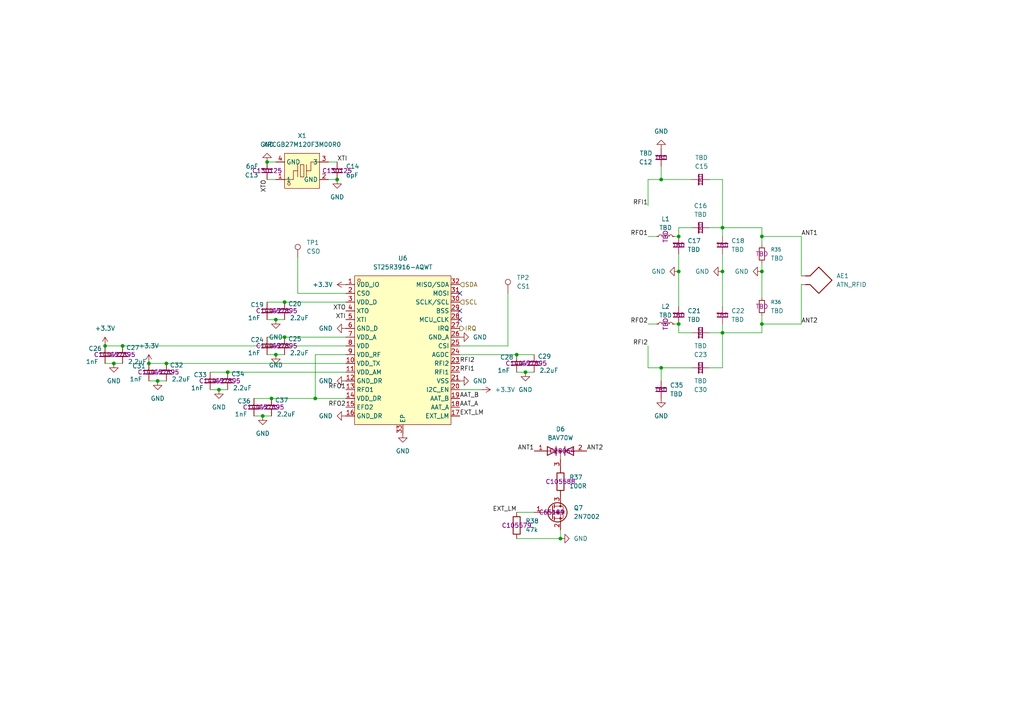
<source format=kicad_sch>
(kicad_sch (version 20250114) (generator "eeschema") (generator_version "9.0")
  (paper "A4")
  (lib_symbols
    (symbol "Connector:TestPoint" (pin_numbers (hide yes)) (pin_names (offset 0.762) (hide yes))
      (property "Reference" "TP" (at 0 6.858 0))
      (property "Value" "TestPoint" (at 0 5.08 0))
      (symbol "TestPoint_0_1"
        (circle (center 0 3.302) (radius 0.762))
      )
      (symbol "TestPoint_1_1"
        (pin passive line (at 0 0 90) (length 2.54) (name "1") (number "1"))
      )
    )
    (symbol "Device:Antenna_Loop" (pin_numbers (hide yes)) (pin_names (offset 1.016) (hide yes))
      (property "Reference" "AE" (at 1.27 6.35 0))
      (property "Value" "Antenna_Loop" (at 1.27 5.08 0))
      (symbol "Antenna_Loop_0_1"
        (polyline (pts (xy 2.54 -3.81) (xy 2.54 -2.54) (xy 5.08 0) (xy 1.27 3.81) (xy -2.54 0) (xy 0 -2.54) (xy 0 -3.81)) (stroke (width 0.254)))
      )
      (symbol "Antenna_Loop_1_1"
        (pin input line (at 0 -5.08 90) (length 2.54) (name "~") (number "1"))
        (pin input line (at 2.54 -5.08 90) (length 2.54) (name "~") (number "2"))
      )
    )
    (symbol "Device:C_Small" (pin_numbers (hide yes)) (pin_names (offset 0.254) (hide yes))
      (property "Reference" "C" (at 0.254 1.778 0))
      (property "Value" "C_Small" (at 0.254 -2.032 0))
      (symbol "C_Small_0_1"
        (polyline (pts (xy -1.524 0.508) (xy 1.524 0.508)) (stroke (width 0.3048)))
        (polyline (pts (xy -1.524 -0.508) (xy 1.524 -0.508)) (stroke (width 0.3302)))
      )
      (symbol "C_Small_1_1"
        (pin passive line (at 0 2.54 270) (length 2.032) (name "~") (number "1"))
        (pin passive line (at 0 -2.54 90) (length 2.032) (name "~") (number "2"))
      )
    )
    (symbol "Device:L_Small" (pin_numbers (hide yes)) (pin_names (offset 0.254) (hide yes))
      (property "Reference" "L" (at 0.762 1.016 0))
      (property "Value" "L_Small" (at 0.762 -1.016 0))
      (symbol "L_Small_0_1"
        (arc (start 0 2.032) (mid 0.5058 1.524) (end 0 1.016))
        (arc (start 0 1.016) (mid 0.5058 0.508) (end 0 0))
        (arc (start 0 0) (mid 0.5058 -0.508) (end 0 -1.016))
        (arc (start 0 -1.016) (mid 0.5058 -1.524) (end 0 -2.032))
      )
      (symbol "L_Small_1_1"
        (pin passive line (at 0 2.54 270) (length 0.508) (name "~") (number "1"))
        (pin passive line (at 0 -2.54 90) (length 0.508) (name "~") (number "2"))
      )
    )
    (symbol "Device:R" (pin_numbers (hide yes)) (pin_names (offset 0))
      (property "Reference" "R" (at 2.032 0 90))
      (property "Value" "R" (at 0 0 90))
      (symbol "R_0_1"
        (rectangle (start -1.016 -2.54) (end 1.016 2.54) (stroke (width 0.254)))
      )
      (symbol "R_1_1"
        (pin passive line (at 0 3.81 270) (length 1.27) (name "~") (number "1"))
        (pin passive line (at 0 -3.81 90) (length 1.27) (name "~") (number "2"))
      )
    )
    (symbol "Device:R_Small" (pin_numbers (hide yes)) (pin_names (offset 0.254) (hide yes))
      (property "Reference" "R" (at 0 0 90))
      (property "Value" "R_Small" (at 1.778 0 90))
      (symbol "R_Small_0_1"
        (rectangle (start -0.762 1.778) (end 0.762 -1.778) (stroke (width 0.2032)))
      )
      (symbol "R_Small_1_1"
        (pin passive line (at 0 2.54 270) (length 0.762) (name "~") (number "1"))
        (pin passive line (at 0 -2.54 90) (length 0.762) (name "~") (number "2"))
      )
    )
    (symbol "Diode:BAV70W" (pin_names (hide yes))
      (property "Reference" "D" (at 0.635 -2.54 0))
      (property "Value" "BAV70W" (at 0 2.54 0))
      (symbol "BAV70W_0_1"
        (polyline (pts (xy -3.81 1.27) (xy -1.27 0) (xy -3.81 -1.27) (xy -3.81 1.27) (xy -3.81 1.27) (xy -3.81 1.27)) (stroke (width 0.254)))
        (polyline (pts (xy -3.81 0) (xy 3.81 0)))
        (polyline (pts (xy -1.27 -1.27) (xy -1.27 1.27) (xy -1.27 1.27)) (stroke (width 0.254)))
        (polyline (pts (xy 0 0) (xy 0 -2.54)))
        (circle (center 0 0) (radius 0.254) (fill (type outline)))
        (polyline (pts (xy 1.27 -1.27) (xy 1.27 1.27) (xy 1.27 1.27)) (stroke (width 0.254)))
        (polyline (pts (xy 3.81 -1.27) (xy 1.27 0) (xy 3.81 1.27) (xy 3.81 -1.27) (xy 3.81 -1.27) (xy 3.81 -1.27)) (stroke (width 0.254)))
        (pin passive line (at -7.62 0 0) (length 3.81) (name "A") (number "1"))
        (pin passive line (at 0 -5.08 90) (length 2.54) (name "K") (number "3"))
        (pin passive line (at 7.62 0 180) (length 3.81) (name "A") (number "2"))
      )
    )
    (symbol "LCSC:ST25R3916-AQWT"
      (property "Reference" "U" (at 0 24.13 0))
      (property "Value" "ST25R3916-AQWT" (at 0 -29.21 0))
      (symbol "ST25R3916-AQWT_0_1"
        (rectangle (start -13.97 21.59) (end 13.97 -21.59) (fill (type background)))
        (circle (center -12.7 20.32) (radius 0.38))
        (pin unspecified line (at -16.51 19.05 0) (length 2.54) (name "VDD_IO") (number "1"))
        (pin unspecified line (at -16.51 16.51 0) (length 2.54) (name "CSO") (number "2"))
        (pin unspecified line (at -16.51 13.97 0) (length 2.54) (name "VDD_D") (number "3"))
        (pin unspecified line (at -16.51 11.43 0) (length 2.54) (name "XTO") (number "4"))
        (pin unspecified line (at -16.51 8.89 0) (length 2.54) (name "XTI") (number "5"))
        (pin unspecified line (at -16.51 6.35 0) (length 2.54) (name "GND_D") (number "6"))
        (pin unspecified line (at -16.51 3.81 0) (length 2.54) (name "VDD_A") (number "7"))
        (pin unspecified line (at -16.51 1.27 0) (length 2.54) (name "VDD") (number "8"))
        (pin unspecified line (at -16.51 -1.27 0) (length 2.54) (name "VDD_RF") (number "9"))
        (pin unspecified line (at -16.51 -3.81 0) (length 2.54) (name "VDD_TX") (number "10"))
        (pin unspecified line (at -16.51 -6.35 0) (length 2.54) (name "VDD_AM") (number "11"))
        (pin unspecified line (at -16.51 -8.89 0) (length 2.54) (name "GND_DR") (number "12"))
        (pin unspecified line (at -16.51 -11.43 0) (length 2.54) (name "RFO1") (number "13"))
        (pin unspecified line (at -16.51 -13.97 0) (length 2.54) (name "VDD_DR") (number "14"))
        (pin unspecified line (at -16.51 -16.51 0) (length 2.54) (name "EFO2") (number "15"))
        (pin unspecified line (at -16.51 -19.05 0) (length 2.54) (name "GND_DR") (number "16"))
        (pin unspecified line (at 0 -24.13 90) (length 2.54) (name "EP") (number "33"))
        (pin unspecified line (at 16.51 19.05 180) (length 2.54) (name "MISO/SDA") (number "32"))
        (pin unspecified line (at 16.51 16.51 180) (length 2.54) (name "MOSI") (number "31"))
        (pin unspecified line (at 16.51 13.97 180) (length 2.54) (name "SCLK/SCL") (number "30"))
        (pin unspecified line (at 16.51 11.43 180) (length 2.54) (name "BSS") (number "29"))
        (pin unspecified line (at 16.51 8.89 180) (length 2.54) (name "MCU_CLK") (number "28"))
        (pin unspecified line (at 16.51 6.35 180) (length 2.54) (name "IRQ") (number "27"))
        (pin unspecified line (at 16.51 3.81 180) (length 2.54) (name "GND_A") (number "26"))
        (pin unspecified line (at 16.51 1.27 180) (length 2.54) (name "CSI") (number "25"))
        (pin unspecified line (at 16.51 -1.27 180) (length 2.54) (name "AGDC") (number "24"))
        (pin unspecified line (at 16.51 -3.81 180) (length 2.54) (name "RFI2") (number "23"))
        (pin unspecified line (at 16.51 -6.35 180) (length 2.54) (name "RFI1") (number "22"))
        (pin unspecified line (at 16.51 -8.89 180) (length 2.54) (name "VSS") (number "21"))
        (pin unspecified line (at 16.51 -11.43 180) (length 2.54) (name "I2C_EN") (number "20"))
        (pin unspecified line (at 16.51 -13.97 180) (length 2.54) (name "AAT_B") (number "19"))
        (pin unspecified line (at 16.51 -16.51 180) (length 2.54) (name "AAT_A") (number "18"))
        (pin unspecified line (at 16.51 -19.05 180) (length 2.54) (name "EXT_LM") (number "17"))
      )
    )
    (symbol "LCSC:XRCGB27M120F3M00R0"
      (property "Reference" "X" (at 0 7.62 0))
      (property "Value" "XRCGB27M120F3M00R0" (at 0 -7.62 0))
      (symbol "XRCGB27M120F3M00R0_0_1"
        (rectangle (start -5.08 5.08) (end 5.08 -5.08) (fill (type background)))
        (polyline (pts (xy -5.08 -2.54) (xy -2.54 -2.54) (xy -2.54 0) (xy -1.27 0)))
        (circle (center -3.81 -3.81) (radius 0.38))
        (polyline (pts (xy -1.27 -1.78) (xy -1.27 1.78)))
        (rectangle (start -0.51 1.78) (end 0.51 -1.78) (fill (type background)))
        (polyline (pts (xy 1.27 -1.78) (xy 1.27 1.78)))
        (polyline (pts (xy 5.08 2.54) (xy 2.54 2.54) (xy 2.54 0) (xy 1.27 0)))
        (pin input line (at -7.62 2.54 0) (length 2.54) (name "GND") (number "4"))
        (pin input line (at -7.62 -2.54 0) (length 2.54) (name "1") (number "1"))
        (pin input line (at 7.62 2.54 180) (length 2.54) (name "3") (number "3"))
        (pin input line (at 7.62 -2.54 180) (length 2.54) (name "GND") (number "2"))
      )
    )
    (symbol "Transistor_FET:2N7002" (pin_names (hide yes))
      (property "Reference" "Q" (at 5.08 1.905 0))
      (property "Value" "2N7002" (at 5.08 0 0))
      (symbol "2N7002_0_1"
        (polyline (pts (xy 0.254 1.905) (xy 0.254 -1.905)) (stroke (width 0.254)))
        (polyline (pts (xy 0.254 0) (xy -2.54 0)))
        (polyline (pts (xy 0.762 2.286) (xy 0.762 1.27)) (stroke (width 0.254)))
        (polyline (pts (xy 0.762 0.508) (xy 0.762 -0.508)) (stroke (width 0.254)))
        (polyline (pts (xy 0.762 -1.27) (xy 0.762 -2.286)) (stroke (width 0.254)))
        (polyline (pts (xy 0.762 -1.778) (xy 3.302 -1.778) (xy 3.302 1.778) (xy 0.762 1.778)))
        (polyline (pts (xy 1.016 0) (xy 2.032 0.381) (xy 2.032 -0.381) (xy 1.016 0)) (fill (type outline)))
        (circle (center 1.651 0) (radius 2.794) (stroke (width 0.254)))
        (polyline (pts (xy 2.54 2.54) (xy 2.54 1.778)))
        (circle (center 2.54 1.778) (radius 0.254) (fill (type outline)))
        (circle (center 2.54 -1.778) (radius 0.254) (fill (type outline)))
        (polyline (pts (xy 2.54 -2.54) (xy 2.54 0) (xy 0.762 0)))
        (polyline (pts (xy 2.794 0.508) (xy 2.921 0.381) (xy 3.683 0.381) (xy 3.81 0.254)))
        (polyline (pts (xy 3.302 0.381) (xy 2.921 -0.254) (xy 3.683 -0.254) (xy 3.302 0.381)))
      )
      (symbol "2N7002_1_1"
        (pin input line (at -5.08 0 0) (length 2.54) (name "G") (number "1"))
        (pin passive line (at 2.54 5.08 270) (length 2.54) (name "D") (number "3"))
        (pin passive line (at 2.54 -5.08 90) (length 2.54) (name "S") (number "2"))
      )
    )
    (symbol "power:+3.3V" (power) (pin_numbers (hide yes)) (pin_names (offset 0) (hide yes))
      (property "Value" "+3.3V" (at 0 3.556 0))
      (symbol "+3.3V_0_1"
        (polyline (pts (xy -0.762 1.27) (xy 0 2.54)))
        (polyline (pts (xy 0 2.54) (xy 0.762 1.27)))
        (polyline (pts (xy 0 0) (xy 0 2.54)))
      )
      (symbol "+3.3V_1_1"
        (pin power_in line (at 0 0 90) (length 0) (name "~") (number "1"))
      )
    )
    (symbol "power:GND" (power) (pin_numbers (hide yes)) (pin_names (offset 0) (hide yes))
      (property "Value" "GND" (at 0 -3.81 0))
      (symbol "GND_0_1"
        (polyline (pts (xy 0 0) (xy 0 -1.27) (xy 1.27 -1.27) (xy 0 -2.54) (xy -1.27 -1.27) (xy 0 -1.27)))
      )
      (symbol "GND_1_1"
        (pin power_in line (at 0 0 270) (length 0) (name "~") (number "1"))
      )
    )
  )
  (junction (at 149.86 102.87))
  (junction (at 97.79 52.07))
  (junction (at 191.77 52.07))
  (junction (at 82.55 87.63))
  (junction (at 78.74 115.57))
  (junction (at 30.48 100.33))
  (junction (at 80.01 102.87))
  (junction (at 220.98 78.74))
  (junction (at 196.85 93.98))
  (junction (at 48.26 105.41))
  (junction (at 91.44 115.57))
  (junction (at 209.55 78.74))
  (junction (at 77.47 46.99))
  (junction (at 35.56 100.33))
  (junction (at 220.98 68.58))
  (junction (at 63.5 113.03))
  (junction (at 43.18 105.41))
  (junction (at 66.04 107.95))
  (junction (at 196.85 78.74))
  (junction (at 33.02 105.41))
  (junction (at 82.55 97.79))
  (junction (at 152.4 107.95))
  (junction (at 209.55 96.52))
  (junction (at 196.85 68.58))
  (junction (at 162.56 156.21))
  (junction (at 80.01 92.71))
  (junction (at 209.55 66.04))
  (junction (at 76.2 120.65))
  (junction (at 191.77 106.68))
  (junction (at 45.72 110.49))
  (junction (at 220.98 93.98))
  (no_connect (at 133.35 92.71))
  (no_connect (at 133.35 85.09))
  (no_connect (at 133.35 90.17))
  (wire (pts (xy 91.44 102.87) (xy 91.44 115.57)))
  (wire (pts (xy 80.01 92.71) (xy 82.55 92.71)))
  (wire (pts (xy 152.4 107.95) (xy 154.94 107.95)))
  (wire (pts (xy 80.01 52.07) (xy 77.47 52.07)))
  (wire (pts (xy 33.02 105.41) (xy 35.56 105.41)))
  (wire (pts (xy 220.98 91.44) (xy 220.98 93.98)))
  (wire (pts (xy 100.33 102.87) (xy 91.44 102.87)))
  (wire (pts (xy 97.79 52.07) (xy 95.25 52.07)))
  (wire (pts (xy 191.77 106.68) (xy 200.66 106.68)))
  (wire (pts (xy 196.85 68.58) (xy 195.58 68.58)))
  (wire (pts (xy 100.33 85.09) (xy 86.36 85.09)))
  (wire (pts (xy 35.56 100.33) (xy 100.33 100.33)))
  (wire (pts (xy 162.56 156.21) (xy 162.56 153.67)))
  (wire (pts (xy 191.77 106.68) (xy 187.96 106.68)))
  (wire (pts (xy 209.55 66.04) (xy 209.55 68.58)))
  (wire (pts (xy 45.72 110.49) (xy 48.26 110.49)))
  (wire (pts (xy 190.5 93.98) (xy 187.96 93.98)))
  (wire (pts (xy 205.74 66.04) (xy 209.55 66.04)))
  (wire (pts (xy 232.41 80.01) (xy 232.41 68.58)))
  (wire (pts (xy 77.47 46.99) (xy 80.01 46.99)))
  (wire (pts (xy 209.55 73.66) (xy 209.55 78.74)))
  (wire (pts (xy 205.74 52.07) (xy 209.55 52.07)))
  (wire (pts (xy 220.98 96.52) (xy 220.98 93.98)))
  (wire (pts (xy 196.85 93.98) (xy 195.58 93.98)))
  (wire (pts (xy 220.98 66.04) (xy 220.98 68.58)))
  (wire (pts (xy 66.04 107.95) (xy 100.33 107.95)))
  (wire (pts (xy 133.35 102.87) (xy 149.86 102.87)))
  (wire (pts (xy 76.2 120.65) (xy 78.74 120.65)))
  (wire (pts (xy 200.66 96.52) (xy 196.85 96.52)))
  (wire (pts (xy 133.35 100.33) (xy 147.32 100.33)))
  (wire (pts (xy 190.5 68.58) (xy 187.96 68.58)))
  (wire (pts (xy 200.66 66.04) (xy 196.85 66.04)))
  (wire (pts (xy 30.48 105.41) (xy 33.02 105.41)))
  (wire (pts (xy 187.96 52.07) (xy 187.96 59.69)))
  (wire (pts (xy 205.74 96.52) (xy 209.55 96.52)))
  (wire (pts (xy 209.55 52.07) (xy 209.55 66.04)))
  (wire (pts (xy 30.48 100.33) (xy 35.56 100.33)))
  (wire (pts (xy 80.01 102.87) (xy 82.55 102.87)))
  (wire (pts (xy 77.47 97.79) (xy 82.55 97.79)))
  (wire (pts (xy 220.98 76.2) (xy 220.98 78.74)))
  (wire (pts (xy 73.66 115.57) (xy 78.74 115.57)))
  (wire (pts (xy 196.85 93.98) (xy 196.85 96.52)))
  (wire (pts (xy 187.96 106.68) (xy 187.96 100.33)))
  (wire (pts (xy 78.74 115.57) (xy 91.44 115.57)))
  (wire (pts (xy 232.41 93.98) (xy 232.41 82.55)))
  (wire (pts (xy 209.55 96.52) (xy 220.98 96.52)))
  (wire (pts (xy 209.55 106.68) (xy 209.55 96.52)))
  (wire (pts (xy 149.86 102.87) (xy 154.94 102.87)))
  (wire (pts (xy 196.85 66.04) (xy 196.85 68.58)))
  (wire (pts (xy 91.44 115.57) (xy 100.33 115.57)))
  (wire (pts (xy 220.98 93.98) (xy 232.41 93.98)))
  (wire (pts (xy 209.55 78.74) (xy 209.55 88.9)))
  (wire (pts (xy 60.96 113.03) (xy 63.5 113.03)))
  (wire (pts (xy 77.47 92.71) (xy 80.01 92.71)))
  (wire (pts (xy 95.25 46.99) (xy 97.79 46.99)))
  (wire (pts (xy 149.86 107.95) (xy 152.4 107.95)))
  (wire (pts (xy 149.86 148.59) (xy 154.94 148.59)))
  (wire (pts (xy 191.77 52.07) (xy 200.66 52.07)))
  (wire (pts (xy 43.18 110.49) (xy 45.72 110.49)))
  (wire (pts (xy 86.36 85.09) (xy 86.36 74.93)))
  (wire (pts (xy 209.55 66.04) (xy 220.98 66.04)))
  (wire (pts (xy 187.96 52.07) (xy 191.77 52.07)))
  (wire (pts (xy 82.55 87.63) (xy 100.33 87.63)))
  (wire (pts (xy 149.86 156.21) (xy 162.56 156.21)))
  (wire (pts (xy 63.5 113.03) (xy 66.04 113.03)))
  (wire (pts (xy 77.47 102.87) (xy 80.01 102.87)))
  (wire (pts (xy 191.77 48.26) (xy 191.77 52.07)))
  (wire (pts (xy 209.55 93.98) (xy 209.55 96.52)))
  (wire (pts (xy 220.98 78.74) (xy 220.98 86.36)))
  (wire (pts (xy 82.55 97.79) (xy 100.33 97.79)))
  (wire (pts (xy 43.18 105.41) (xy 48.26 105.41)))
  (wire (pts (xy 196.85 78.74) (xy 196.85 88.9)))
  (wire (pts (xy 139.7 113.03) (xy 133.35 113.03)))
  (wire (pts (xy 48.26 105.41) (xy 100.33 105.41)))
  (wire (pts (xy 147.32 85.09) (xy 147.32 100.33)))
  (wire (pts (xy 73.66 120.65) (xy 76.2 120.65)))
  (wire (pts (xy 191.77 110.49) (xy 191.77 106.68)))
  (wire (pts (xy 220.98 68.58) (xy 232.41 68.58)))
  (wire (pts (xy 60.96 107.95) (xy 66.04 107.95)))
  (wire (pts (xy 77.47 87.63) (xy 82.55 87.63)))
  (wire (pts (xy 196.85 73.66) (xy 196.85 78.74)))
  (wire (pts (xy 205.74 106.68) (xy 209.55 106.68)))
  (wire (pts (xy 220.98 68.58) (xy 220.98 71.12)))
  (label "AAT_A" (at 133.35 118.11 0))
  (label "ANT2" (at 170.18 130.81 0))
  (label "AAT_B" (at 133.35 115.57 0))
  (label "RFI1" (at 187.96 59.69 180))
  (label "RFO1" (at 100.33 113.03 180))
  (label "ANT2" (at 232.41 93.98 0))
  (label "ANT1" (at 232.41 68.58 0))
  (label "XTI" (at 97.79 46.99 0))
  (label "ANT1" (at 154.94 130.81 180))
  (label "EXT_LM" (at 149.86 148.59 180))
  (label "RFO2" (at 187.96 93.98 180))
  (label "RFI2" (at 133.35 105.41 0))
  (label "RFO2" (at 100.33 118.11 180))
  (label "RFI2" (at 187.96 100.33 180))
  (label "XTO" (at 77.47 52.07 270))
  (label "XTO" (at 100.33 90.17 180))
  (label "RFO1" (at 187.96 68.58 180))
  (label "XTI" (at 100.33 92.71 180))
  (label "EXT_LM" (at 133.35 120.65 0))
  (label "RFI1" (at 133.35 107.95 0))
  (hierarchical_label "SDA" (shape input) (at 133.35 82.55 0))
  (hierarchical_label "SCL" (shape input) (at 133.35 87.63 0))
  (hierarchical_label "IRQ" (shape output) (at 133.35 95.25 0))
  (symbol (lib_id "Device:C_Small") (at 77.47 100.33 0) (unit 1)
    (property "Reference" "C24" (at 72.644 98.552 0) (effects (justify left)))
    (property "Value" "1nF" (at 71.882 102.362 0) (effects (justify left)))
    (property "Footprint" "Capacitor_SMD:C_0402_1005Metric" (effects (hide yes)))
    (property "Description" "Unpolarized capacitor, small symbol" (effects (hide yes)))
    (property "LCSC Part" " C14442" (at 77.47 100.33 0))
  )
  (symbol (lib_id "Device:C_Small") (at 48.26 107.95 0) (unit 1)
    (property "Reference" "C32" (at 49.276 105.918 0) (effects (justify left)))
    (property "Value" "2.2uF" (at 49.784 109.982 0) (effects (justify left)))
    (property "Footprint" "Capacitor_SMD:C_0603_1608Metric" (effects (hide yes)))
    (property "Description" "Unpolarized capacitor, small symbol" (effects (hide yes)))
    (property "LCSC Part" "C57895" (at 48.26 107.95 0))
  )
  (symbol (lib_id "power:GND") (at 133.35 110.49 90) (unit 1)
    (property "Reference" "#PWR068" (effects (hide yes)))
    (property "Value" "GND" (at 137.16 110.4899 90) (effects (justify right)))
    (property "Description" "Power symbol creates a global label with name \"GND\" , ground" (effects (hide yes)))
  )
  (symbol (lib_id "power:GND") (at 162.56 156.21 90) (unit 1)
    (property "Reference" "#PWR075" (effects (hide yes)))
    (property "Value" "GND" (at 166.37 156.2099 90) (effects (justify right)))
    (property "Description" "Power symbol creates a global label with name \"GND\" , ground" (effects (hide yes)))
  )
  (symbol (lib_id "Device:C_Small") (at 209.55 91.44 180) (unit 1)
    (property "Reference" "C22" (at 212.09 90.1635 0) (effects (justify right)))
    (property "Value" "TBD" (at 212.09 92.7035 0) (effects (justify right)))
    (property "Footprint" "Capacitor_SMD:C_0402_1005Metric" (effects (hide yes)))
    (property "Description" "Unpolarized capacitor, small symbol" (effects (hide yes)))
    (property "LCSC Part" "TBD" (at 209.55 91.44 0))
  )
  (symbol (lib_id "LCSC:XRCGB27M120F3M00R0") (at 87.63 49.53 0) (unit 1)
    (property "Reference" "X1" (at 87.63 39.37 0))
    (property "Value" "XRCGB27M120F3M00R0" (at 87.63 41.91 0))
    (property "Footprint" "LCSC:CRYSTAL-SMD_4P-L2.0-W1.6-BL-B" (effects (hide yes)))
    (property "LCSC Part" "C576558" (effects (hide yes)))
  )
  (symbol (lib_id "Device:C_Small") (at 154.94 105.41 0) (unit 1)
    (property "Reference" "C29" (at 155.956 103.378 0) (effects (justify left)))
    (property "Value" "2.2uF" (at 156.464 107.442 0) (effects (justify left)))
    (property "Footprint" "Capacitor_SMD:C_0603_1608Metric" (effects (hide yes)))
    (property "Description" "Unpolarized capacitor, small symbol" (effects (hide yes)))
    (property "LCSC Part" "C57895" (at 154.94 105.41 0))
  )
  (symbol (lib_id "Device:R") (at 162.56 139.7 0) (unit 1)
    (property "Reference" "R37" (at 165.1 138.4299 0) (effects (justify left)))
    (property "Value" "100R" (at 165.1 140.9699 0) (effects (justify left)))
    (property "Footprint" "Resistor_SMD:R_0603_1608Metric" (effects (hide yes)))
    (property "Description" "Resistor" (effects (hide yes)))
    (property "LCSC Part" "C105588" (at 162.56 139.7 0))
  )
  (symbol (lib_id "power:GND") (at 77.47 46.99 180) (unit 1)
    (property "Reference" "#PWR052" (effects (hide yes)))
    (property "Value" "GND" (at 77.47 41.91 0))
    (property "Description" "Power symbol creates a global label with name \"GND\" , ground" (effects (hide yes)))
  )
  (symbol (lib_id "Device:C_Small") (at 73.66 118.11 0) (unit 1)
    (property "Reference" "C36" (at 68.834 116.332 0) (effects (justify left)))
    (property "Value" "1nF" (at 68.072 120.142 0) (effects (justify left)))
    (property "Footprint" "Capacitor_SMD:C_0402_1005Metric" (effects (hide yes)))
    (property "Description" "Unpolarized capacitor, small symbol" (effects (hide yes)))
    (property "LCSC Part" " C14442" (at 73.66 118.11 0))
  )
  (symbol (lib_id "Device:C_Small") (at 203.2 96.52 90) (unit 1)
    (property "Reference" "C23" (at 203.2064 102.87 90))
    (property "Value" "TBD" (at 203.2064 100.33 90))
    (property "Footprint" "Capacitor_SMD:C_0402_1005Metric" (effects (hide yes)))
    (property "Description" "Unpolarized capacitor, small symbol" (effects (hide yes)))
    (property "LCSC Part" "TBD" (at 203.2 96.52 0))
  )
  (symbol (lib_id "power:GND") (at 196.85 78.74 270) (unit 1)
    (property "Reference" "#PWR054" (effects (hide yes)))
    (property "Value" "GND" (at 193.04 78.7399 90) (effects (justify right)))
    (property "Description" "Power symbol creates a global label with name \"GND\" , ground" (effects (hide yes)))
  )
  (symbol (lib_id "power:GND") (at 152.4 107.95 0) (unit 1)
    (property "Reference" "#PWR065" (effects (hide yes)))
    (property "Value" "GND" (at 152.4 113.03 0))
    (property "Description" "Power symbol creates a global label with name \"GND\" , ground" (effects (hide yes)))
  )
  (symbol (lib_id "Device:C_Small") (at 191.77 113.03 180) (unit 1)
    (property "Reference" "C35" (at 194.31 111.7535 0) (effects (justify right)))
    (property "Value" "TBD" (at 194.31 114.2935 0) (effects (justify right)))
    (property "Footprint" "Capacitor_SMD:C_0402_1005Metric" (effects (hide yes)))
    (property "Description" "Unpolarized capacitor, small symbol" (effects (hide yes)))
    (property "LCSC Part" "TBD" (at 191.77 113.03 0))
  )
  (symbol (lib_id "Device:Antenna_Loop") (at 237.49 80.01 270) (unit 1) (in_bom no)
    (property "Reference" "AE1" (at 242.57 80.0099 90) (effects (justify left)))
    (property "Value" "ATN_RFID" (at 242.57 82.5499 90) (effects (justify left)))
    (property "Footprint" "PCBAntenna:NFC_14MHz" (effects (hide yes)))
    (property "Description" "Loop antenna" (effects (hide yes)))
  )
  (symbol (lib_id "Device:C_Small") (at 203.2 66.04 270) (unit 1)
    (property "Reference" "C16" (at 203.1936 59.69 90))
    (property "Value" "TBD" (at 203.1936 62.23 90))
    (property "Footprint" "Capacitor_SMD:C_0402_1005Metric" (effects (hide yes)))
    (property "Description" "Unpolarized capacitor, small symbol" (effects (hide yes)))
    (property "LCSC Part" "TBD" (at 203.2 66.04 0))
  )
  (symbol (lib_id "power:GND") (at 100.33 95.25 270) (unit 1)
    (property "Reference" "#PWR059" (effects (hide yes)))
    (property "Value" "GND" (at 96.52 95.2499 90) (effects (justify right)))
    (property "Description" "Power symbol creates a global label with name \"GND\" , ground" (effects (hide yes)))
  )
  (symbol (lib_id "Device:C_Small") (at 82.55 100.33 0) (unit 1)
    (property "Reference" "C25" (at 83.566 98.298 0) (effects (justify left)))
    (property "Value" "2.2uF" (at 84.074 102.362 0) (effects (justify left)))
    (property "Footprint" "Capacitor_SMD:C_0603_1608Metric" (effects (hide yes)))
    (property "Description" "Unpolarized capacitor, small symbol" (effects (hide yes)))
    (property "LCSC Part" "C57895" (at 82.55 100.33 0))
  )
  (symbol (lib_id "Device:C_Small") (at 196.85 71.12 180) (unit 1)
    (property "Reference" "C17" (at 199.39 69.8435 0) (effects (justify right)))
    (property "Value" "TBD" (at 199.39 72.3835 0) (effects (justify right)))
    (property "Footprint" "Capacitor_SMD:C_0402_1005Metric" (effects (hide yes)))
    (property "Description" "Unpolarized capacitor, small symbol" (effects (hide yes)))
    (property "LCSC Part" "TBD" (at 196.85 71.12 0))
  )
  (symbol (lib_id "Device:C_Small") (at 209.55 71.12 180) (unit 1)
    (property "Reference" "C18" (at 212.09 69.8435 0) (effects (justify right)))
    (property "Value" "TBD" (at 212.09 72.3835 0) (effects (justify right)))
    (property "Footprint" "Capacitor_SMD:C_0402_1005Metric" (effects (hide yes)))
    (property "Description" "Unpolarized capacitor, small symbol" (effects (hide yes)))
    (property "LCSC Part" "TBD" (at 209.55 71.12 0))
  )
  (symbol (lib_id "LCSC:ST25R3916-AQWT") (at 116.84 101.6 0) (unit 1)
    (property "Reference" "U6" (at 116.84 74.93 0))
    (property "Value" "ST25R3916-AQWT" (at 116.84 77.47 0))
    (property "Footprint" "Foldable:VFQFPN-32_L5.0-W5.0-P0.50-TL-EP3.5_Foldable" (effects (hide yes)))
    (property "LCSC Part" "C2908147" (effects (hide yes)))
  )
  (symbol (lib_id "power:+3.3V") (at 30.48 100.33 0) (unit 1)
    (property "Reference" "#PWR061" (effects (hide yes)))
    (property "Value" "+3.3V" (at 30.48 95.25 0))
    (property "Description" "Power symbol creates a global label with name \"+3.3V\"" (effects (hide yes)))
  )
  (symbol (lib_id "Connector:TestPoint") (at 86.36 74.93 0) (unit 1) (in_bom no)
    (property "Reference" "TP1" (at 88.9 70.3579 0) (effects (justify left)))
    (property "Value" "CSO" (at 88.9 72.8979 0) (effects (justify left)))
    (property "Footprint" "TestPoint:TestPoint_Pad_D2.0mm" (effects (hide yes)))
    (property "Description" "test point" (effects (hide yes)))
  )
  (symbol (lib_id "Device:C_Small") (at 66.04 110.49 0) (unit 1)
    (property "Reference" "C34" (at 67.056 108.458 0) (effects (justify left)))
    (property "Value" "2.2uF" (at 67.564 112.522 0) (effects (justify left)))
    (property "Footprint" "Capacitor_SMD:C_0603_1608Metric" (effects (hide yes)))
    (property "Description" "Unpolarized capacitor, small symbol" (effects (hide yes)))
    (property "LCSC Part" "C57895" (at 66.04 110.49 0))
  )
  (symbol (lib_id "Diode:BAV70W") (at 162.56 130.81 0) (unit 1)
    (property "Reference" "D6" (at 162.56 124.46 0))
    (property "Value" "BAV70W" (at 162.56 127 0))
    (property "Footprint" "Package_TO_SOT_SMD:SOT-323_SC-70" (effects (hide yes)))
    (property "Datasheet" "https://assets.nexperia.com/documents/data-sheet/BAV70_SER.pdf" (effects (hide yes)))
    (property "Description" "Dual 100V 175mA high-speed switching diodes, common cathode, SOT-323" (effects (hide yes)))
    (property "LCSC Part" " C28064" (at 162.56 130.81 0))
  )
  (symbol (lib_id "Device:C_Small") (at 196.85 91.44 180) (unit 1)
    (property "Reference" "C21" (at 199.39 90.1635 0) (effects (justify right)))
    (property "Value" "TBD" (at 199.39 92.7035 0) (effects (justify right)))
    (property "Footprint" "Capacitor_SMD:C_0402_1005Metric" (effects (hide yes)))
    (property "Description" "Unpolarized capacitor, small symbol" (effects (hide yes)))
    (property "LCSC Part" "TBD" (at 196.85 91.44 0))
  )
  (symbol (lib_id "Device:R_Small") (at 220.98 88.9 0) (unit 1)
    (property "Reference" "R36" (at 223.52 87.6299 0) (effects (font (size 1.016 1.016)) (justify left)))
    (property "Value" "TBD" (at 223.52 90.1699 0) (effects (justify left)))
    (property "Footprint" "Resistor_SMD:R_0603_1608Metric" (effects (hide yes)))
    (property "Description" "Resistor, small symbol" (effects (hide yes)))
    (property "LCSC Part" "TBD" (at 220.98 88.9 0))
  )
  (symbol (lib_id "Device:C_Small") (at 149.86 105.41 0) (unit 1)
    (property "Reference" "C28" (at 145.034 103.632 0) (effects (justify left)))
    (property "Value" "1nF" (at 144.272 107.442 0) (effects (justify left)))
    (property "Footprint" "Capacitor_SMD:C_0402_1005Metric" (effects (hide yes)))
    (property "Description" "Unpolarized capacitor, small symbol" (effects (hide yes)))
    (property "LCSC Part" " C14442" (at 149.86 105.41 0))
  )
  (symbol (lib_id "power:GND") (at 116.84 125.73 0) (unit 1)
    (property "Reference" "#PWR074" (effects (hide yes)))
    (property "Value" "GND" (at 116.84 130.81 0))
    (property "Description" "Power symbol creates a global label with name \"GND\" , ground" (effects (hide yes)))
  )
  (symbol (lib_id "power:GND") (at 220.98 78.74 270) (unit 1)
    (property "Reference" "#PWR056" (effects (hide yes)))
    (property "Value" "GND" (at 217.17 78.7399 90) (effects (justify right)))
    (property "Description" "Power symbol creates a global label with name \"GND\" , ground" (effects (hide yes)))
  )
  (symbol (lib_id "Device:R_Small") (at 220.98 73.66 0) (unit 1)
    (property "Reference" "R35" (at 223.52 72.3899 0) (effects (font (size 1.016 1.016)) (justify left)))
    (property "Value" "TBD" (at 223.52 74.9299 0) (effects (justify left)))
    (property "Footprint" "Resistor_SMD:R_0603_1608Metric" (effects (hide yes)))
    (property "Description" "Resistor, small symbol" (effects (hide yes)))
    (property "LCSC Part" "TBD" (at 220.98 73.66 0))
  )
  (symbol (lib_id "Device:C_Small") (at 35.56 102.87 0) (unit 1)
    (property "Reference" "C27" (at 36.576 100.838 0) (effects (justify left)))
    (property "Value" "2.2uF" (at 37.084 104.902 0) (effects (justify left)))
    (property "Footprint" "Capacitor_SMD:C_0603_1608Metric" (effects (hide yes)))
    (property "Description" "Unpolarized capacitor, small symbol" (effects (hide yes)))
    (property "LCSC Part" "C57895" (at 35.56 102.87 0))
  )
  (symbol (lib_id "power:GND") (at 100.33 110.49 270) (unit 1)
    (property "Reference" "#PWR067" (effects (hide yes)))
    (property "Value" "GND" (at 96.52 110.4899 90) (effects (justify right)))
    (property "Description" "Power symbol creates a global label with name \"GND\" , ground" (effects (hide yes)))
  )
  (symbol (lib_id "Device:L_Small") (at 193.04 68.58 90) (unit 1)
    (property "Reference" "L1" (at 193.04 63.5 90))
    (property "Value" "TBD" (at 193.04 66.04 90))
    (property "Footprint" "Inductor_SMD:L_0402_1005Metric" (effects (hide yes)))
    (property "Description" "Inductor, small symbol" (effects (hide yes)))
    (property "LCSC Part" "TBD" (at 193.04 68.58 0))
  )
  (symbol (lib_id "Device:C_Small") (at 60.96 110.49 0) (unit 1)
    (property "Reference" "C33" (at 56.134 108.712 0) (effects (justify left)))
    (property "Value" "1nF" (at 55.372 112.522 0) (effects (justify left)))
    (property "Footprint" "Capacitor_SMD:C_0402_1005Metric" (effects (hide yes)))
    (property "Description" "Unpolarized capacitor, small symbol" (effects (hide yes)))
    (property "LCSC Part" " C14442" (at 60.96 110.49 0))
  )
  (symbol (lib_id "power:GND") (at 80.01 92.71 0) (unit 1)
    (property "Reference" "#PWR058" (effects (hide yes)))
    (property "Value" "GND" (at 80.01 97.79 0))
    (property "Description" "Power symbol creates a global label with name \"GND\" , ground" (effects (hide yes)))
  )
  (symbol (lib_id "Device:C_Small") (at 203.2 52.07 90) (unit 1)
    (property "Reference" "C15" (at 203.454 48.26 90))
    (property "Value" "TBD" (at 203.454 45.72 90))
    (property "Footprint" "Capacitor_SMD:C_0402_1005Metric" (effects (hide yes)))
    (property "Description" "Unpolarized capacitor, small symbol" (effects (hide yes)))
    (property "LCSC Part" "TBD" (at 203.2 52.07 0))
  )
  (symbol (lib_id "power:GND") (at 133.35 97.79 90) (unit 1)
    (property "Reference" "#PWR060" (effects (hide yes)))
    (property "Value" "GND" (at 137.16 97.7899 90) (effects (justify right)))
    (property "Description" "Power symbol creates a global label with name \"GND\" , ground" (effects (hide yes)))
  )
  (symbol (lib_id "Device:C_Small") (at 82.55 90.17 0) (unit 1)
    (property "Reference" "C20" (at 83.566 88.138 0) (effects (justify left)))
    (property "Value" "2.2uF" (at 84.074 92.202 0) (effects (justify left)))
    (property "Footprint" "Capacitor_SMD:C_0603_1608Metric" (effects (hide yes)))
    (property "Description" "Unpolarized capacitor, small symbol" (effects (hide yes)))
    (property "LCSC Part" "C57895" (at 82.55 90.17 0))
  )
  (symbol (lib_id "Device:C_Small") (at 203.2 106.68 90) (unit 1)
    (property "Reference" "C30" (at 203.2064 113.03 90))
    (property "Value" "TBD" (at 203.2064 110.49 90))
    (property "Footprint" "Capacitor_SMD:C_0402_1005Metric" (effects (hide yes)))
    (property "Description" "Unpolarized capacitor, small symbol" (effects (hide yes)))
    (property "LCSC Part" "TBD" (at 203.2 106.68 0))
  )
  (symbol (lib_id "power:GND") (at 209.55 78.74 270) (unit 1)
    (property "Reference" "#PWR055" (effects (hide yes)))
    (property "Value" "GND" (at 205.74 78.7399 90) (effects (justify right)))
    (property "Description" "Power symbol creates a global label with name \"GND\" , ground" (effects (hide yes)))
  )
  (symbol (lib_id "power:+3.3V") (at 139.7 113.03 270) (unit 1)
    (property "Reference" "#PWR070" (effects (hide yes)))
    (property "Value" "+3.3V" (at 143.51 113.0299 90) (effects (justify left)))
    (property "Description" "Power symbol creates a global label with name \"+3.3V\"" (effects (hide yes)))
  )
  (symbol (lib_id "power:GND") (at 80.01 102.87 0) (unit 1)
    (property "Reference" "#PWR062" (effects (hide yes)))
    (property "Value" "GND" (at 80.01 105.918 0))
    (property "Description" "Power symbol creates a global label with name \"GND\" , ground" (effects (hide yes)))
  )
  (symbol (lib_id "Device:C_Small") (at 97.79 49.53 0) (unit 1)
    (property "Reference" "C14" (at 100.33 48.2662 0) (effects (justify left)))
    (property "Value" "6pF" (at 100.33 50.8062 0) (effects (justify left)))
    (property "Footprint" "Capacitor_SMD:C_0603_1608Metric" (effects (hide yes)))
    (property "Description" "Unpolarized capacitor, small symbol" (effects (hide yes)))
    (property "LCSC Part" "C130125" (at 97.79 49.53 0))
  )
  (symbol (lib_id "Device:C_Small") (at 78.74 118.11 0) (unit 1)
    (property "Reference" "C37" (at 79.756 116.078 0) (effects (justify left)))
    (property "Value" "2.2uF" (at 80.264 120.142 0) (effects (justify left)))
    (property "Footprint" "Capacitor_SMD:C_0603_1608Metric" (effects (hide yes)))
    (property "Description" "Unpolarized capacitor, small symbol" (effects (hide yes)))
    (property "LCSC Part" "C57895" (at 78.74 118.11 0))
  )
  (symbol (lib_id "power:GND") (at 63.5 113.03 0) (unit 1)
    (property "Reference" "#PWR069" (effects (hide yes)))
    (property "Value" "GND" (at 63.5 118.11 0))
    (property "Description" "Power symbol creates a global label with name \"GND\" , ground" (effects (hide yes)))
  )
  (symbol (lib_id "Device:C_Small") (at 77.47 90.17 0) (unit 1)
    (property "Reference" "C19" (at 72.644 88.392 0) (effects (justify left)))
    (property "Value" "1nF" (at 71.882 92.202 0) (effects (justify left)))
    (property "Footprint" "Capacitor_SMD:C_0402_1005Metric" (effects (hide yes)))
    (property "Description" "Unpolarized capacitor, small symbol" (effects (hide yes)))
    (property "LCSC Part" " C14442" (at 77.47 90.17 0))
  )
  (symbol (lib_id "Device:C_Small") (at 43.18 107.95 0) (unit 1)
    (property "Reference" "C31" (at 38.354 106.172 0) (effects (justify left)))
    (property "Value" "1nF" (at 37.592 109.982 0) (effects (justify left)))
    (property "Footprint" "Capacitor_SMD:C_0402_1005Metric" (effects (hide yes)))
    (property "Description" "Unpolarized capacitor, small symbol" (effects (hide yes)))
    (property "LCSC Part" " C14442" (at 43.18 107.95 0))
  )
  (symbol (lib_id "Transistor_FET:2N7002") (at 160.02 148.59 0) (unit 1)
    (property "Reference" "Q7" (at 166.37 147.3199 0) (effects (justify left)))
    (property "Value" "2N7002" (at 166.37 149.8599 0) (effects (justify left)))
    (property "Footprint" "Package_TO_SOT_SMD:SOT-23" (effects (hide yes)))
    (property "Datasheet" "https://www.onsemi.com/pub/Collateral/NDS7002A-D.PDF" (effects (hide yes)))
    (property "Description" "0.115A Id, 60V Vds, N-Channel MOSFET, SOT-23" (effects (hide yes)))
    (property "LCSC Part" "C65189" (at 160.02 148.59 0))
  )
  (symbol (lib_id "Device:C_Small") (at 30.48 102.87 0) (unit 1)
    (property "Reference" "C26" (at 25.654 101.092 0) (effects (justify left)))
    (property "Value" "1nF" (at 24.892 104.902 0) (effects (justify left)))
    (property "Footprint" "Capacitor_SMD:C_0402_1005Metric" (effects (hide yes)))
    (property "Description" "Unpolarized capacitor, small symbol" (effects (hide yes)))
    (property "LCSC Part" " C14442" (at 30.48 102.87 0))
  )
  (symbol (lib_id "power:+3.3V") (at 100.33 82.55 90) (unit 1)
    (property "Reference" "#PWR057" (effects (hide yes)))
    (property "Value" "+3.3V" (at 96.52 82.5499 90) (effects (justify left)))
    (property "Description" "Power symbol creates a global label with name \"+3.3V\"" (effects (hide yes)))
  )
  (symbol (lib_id "power:GND") (at 33.02 105.41 0) (unit 1)
    (property "Reference" "#PWR063" (effects (hide yes)))
    (property "Value" "GND" (at 33.02 110.49 0))
    (property "Description" "Power symbol creates a global label with name \"GND\" , ground" (effects (hide yes)))
  )
  (symbol (lib_id "power:GND") (at 100.33 120.65 270) (unit 1)
    (property "Reference" "#PWR073" (effects (hide yes)))
    (property "Value" "GND" (at 96.52 120.6499 90) (effects (justify right)))
    (property "Description" "Power symbol creates a global label with name \"GND\" , ground" (effects (hide yes)))
  )
  (symbol (lib_id "Connector:TestPoint") (at 147.32 85.09 0) (unit 1) (in_bom no)
    (property "Reference" "TP2" (at 149.86 80.5179 0) (effects (justify left)))
    (property "Value" "CS1" (at 149.86 83.0579 0) (effects (justify left)))
    (property "Footprint" "TestPoint:TestPoint_Pad_D2.0mm" (effects (hide yes)))
    (property "Description" "test point" (effects (hide yes)))
  )
  (symbol (lib_id "power:GND") (at 97.79 52.07 0) (unit 1)
    (property "Reference" "#PWR053" (effects (hide yes)))
    (property "Value" "GND" (at 97.79 57.15 0))
    (property "Description" "Power symbol creates a global label with name \"GND\" , ground" (effects (hide yes)))
  )
  (symbol (lib_id "power:GND") (at 76.2 120.65 0) (unit 1)
    (property "Reference" "#PWR072" (effects (hide yes)))
    (property "Value" "GND" (at 76.2 125.73 0))
    (property "Description" "Power symbol creates a global label with name \"GND\" , ground" (effects (hide yes)))
  )
  (symbol (lib_id "power:GND") (at 45.72 110.49 0) (unit 1)
    (property "Reference" "#PWR066" (effects (hide yes)))
    (property "Value" "GND" (at 45.72 115.57 0))
    (property "Description" "Power symbol creates a global label with name \"GND\" , ground" (effects (hide yes)))
  )
  (symbol (lib_id "power:GND") (at 191.77 115.57 0) (unit 1)
    (property "Reference" "#PWR071" (effects (hide yes)))
    (property "Value" "GND" (at 191.77 120.65 0))
    (property "Description" "Power symbol creates a global label with name \"GND\" , ground" (effects (hide yes)))
  )
  (symbol (lib_id "Device:C_Small") (at 191.77 45.72 0) (unit 1)
    (property "Reference" "C12" (at 189.23 46.9965 0) (effects (justify right)))
    (property "Value" "TBD" (at 189.23 44.4565 0) (effects (justify right)))
    (property "Footprint" "Capacitor_SMD:C_0402_1005Metric" (effects (hide yes)))
    (property "Description" "Unpolarized capacitor, small symbol" (effects (hide yes)))
    (property "LCSC Part" "TBD" (at 191.77 45.72 0))
  )
  (symbol (lib_id "Device:C_Small") (at 77.47 49.53 180) (unit 1)
    (property "Reference" "C13" (at 74.93 50.7938 0) (effects (justify left)))
    (property "Value" "6pF" (at 74.93 48.2538 0) (effects (justify left)))
    (property "Footprint" "Capacitor_SMD:C_0603_1608Metric" (effects (hide yes)))
    (property "Description" "Unpolarized capacitor, small symbol" (effects (hide yes)))
    (property "LCSC Part" "C130125" (at 77.47 49.53 0))
  )
  (symbol (lib_id "power:+3.3V") (at 43.18 105.41 0) (unit 1)
    (property "Reference" "#PWR064" (effects (hide yes)))
    (property "Value" "+3.3V" (at 43.18 100.33 0))
    (property "Description" "Power symbol creates a global label with name \"+3.3V\"" (effects (hide yes)))
  )
  (symbol (lib_id "Device:R") (at 149.86 152.4 0) (unit 1)
    (property "Reference" "R38" (at 152.4 151.1299 0) (effects (justify left)))
    (property "Value" "47k" (at 152.4 153.6699 0) (effects (justify left)))
    (property "Footprint" "Resistor_SMD:R_0603_1608Metric" (effects (hide yes)))
    (property "Description" "Resistor" (effects (hide yes)))
    (property "LCSC Part" "C105579" (at 149.86 152.4 0))
  )
  (symbol (lib_id "Device:L_Small") (at 193.04 93.98 90) (unit 1)
    (property "Reference" "L2" (at 193.04 88.9 90))
    (property "Value" "TBD" (at 193.04 91.44 90))
    (property "Footprint" "Inductor_SMD:L_0402_1005Metric" (effects (hide yes)))
    (property "Description" "Inductor, small symbol" (effects (hide yes)))
    (property "LCSC Part" "TBD" (at 193.04 93.98 0))
  )
  (symbol (lib_id "power:GND") (at 191.77 43.18 180) (unit 1)
    (property "Reference" "#PWR051" (effects (hide yes)))
    (property "Value" "GND" (at 191.77 38.1 0))
    (property "Description" "Power symbol creates a global label with name \"GND\" , ground" (effects (hide yes)))
  )
)
</source>
